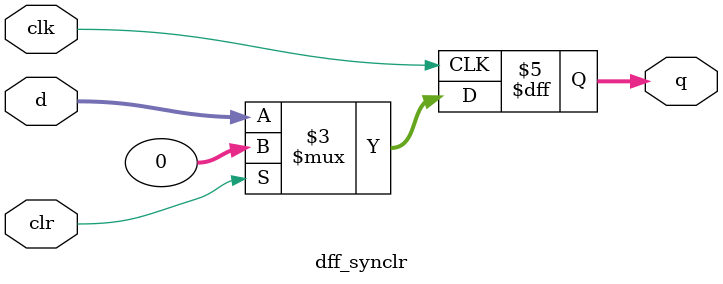
<source format=sv>
module dff_synclr
    #(parameter XLEN = 32)
    (
        input   logic               clk, clr,
        input   logic [XLEN-1:0]    d,
        output  logic [XLEN-1:0]    q 
    );
    always_ff @(posedge clk)
        if (clr)
            q <= 0;
        else
            q <= d;
endmodule

</source>
